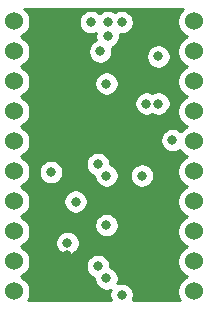
<source format=gbr>
%TF.GenerationSoftware,KiCad,Pcbnew,(5.1.9-0-10_14)*%
%TF.CreationDate,2022-01-13T23:21:40+01:00*%
%TF.ProjectId,tinypico_shield,74696e79-7069-4636-9f5f-736869656c64,rev?*%
%TF.SameCoordinates,Original*%
%TF.FileFunction,Copper,L3,Inr*%
%TF.FilePolarity,Positive*%
%FSLAX46Y46*%
G04 Gerber Fmt 4.6, Leading zero omitted, Abs format (unit mm)*
G04 Created by KiCad (PCBNEW (5.1.9-0-10_14)) date 2022-01-13 23:21:40*
%MOMM*%
%LPD*%
G01*
G04 APERTURE LIST*
%TA.AperFunction,ComponentPad*%
%ADD10C,1.524000*%
%TD*%
%TA.AperFunction,ViaPad*%
%ADD11C,0.800000*%
%TD*%
%TA.AperFunction,Conductor*%
%ADD12C,0.254000*%
%TD*%
%TA.AperFunction,Conductor*%
%ADD13C,0.100000*%
%TD*%
G04 APERTURE END LIST*
D10*
%TO.N,GND*%
%TO.C,J7*%
X16620000Y-7745000D03*
%TO.N,Net-(J7-Pad19)*%
X16620000Y-10285000D03*
%TO.N,Net-(J7-Pad18)*%
X16620000Y-12825000D03*
%TO.N,Net-(J7-Pad17)*%
X16620000Y-15365000D03*
%TO.N,SDA*%
X16620000Y-17905000D03*
%TO.N,SCL*%
X16620000Y-20445000D03*
%TO.N,Net-(J7-Pad14)*%
X16620000Y-22985000D03*
%TO.N,Net-(J7-Pad13)*%
X16620000Y-25525000D03*
%TO.N,Net-(J7-Pad12)*%
X16620000Y-28065000D03*
%TO.N,Net-(J7-Pad11)*%
X16620000Y-30605000D03*
%TO.N,Net-(C2-Pad1)*%
X1380000Y-30605000D03*
%TO.N,GND*%
X1380000Y-28065000D03*
%TO.N,Net-(J7-Pad8)*%
X1380000Y-25525000D03*
%TO.N,Net-(J7-Pad7)*%
X1380000Y-22985000D03*
%TO.N,Net-(J7-Pad6)*%
X1380000Y-20445000D03*
%TO.N,Net-(J7-Pad5)*%
X1380000Y-17905000D03*
%TO.N,Net-(J7-Pad4)*%
X1380000Y-15365000D03*
%TO.N,Net-(J7-Pad3)*%
X1380000Y-12825000D03*
%TO.N,Net-(J7-Pad2)*%
X1380000Y-10285000D03*
%TO.N,Net-(J7-Pad1)*%
X1380000Y-7745000D03*
%TD*%
D11*
%TO.N,GND*%
X4500000Y-20500000D03*
X6600000Y-23000000D03*
X7900000Y-7800000D03*
X9300000Y-7800000D03*
X10500000Y-7800000D03*
X10500000Y-30900000D03*
X5900000Y-26500000D03*
X13600000Y-10700000D03*
X12600000Y-14700000D03*
X13600000Y-14700000D03*
X12200000Y-20800000D03*
%TO.N,SCL*%
X9200000Y-29500000D03*
X9300000Y-9000000D03*
X9200000Y-13000000D03*
X9200000Y-25000000D03*
X9200000Y-20800000D03*
X14800000Y-17800000D03*
%TO.N,SDA*%
X8474990Y-28456599D03*
X8687340Y-10287340D03*
X8474990Y-19825010D03*
%TO.N,VCC*%
X6000000Y-10000000D03*
X6000000Y-18800000D03*
X12422969Y-23625237D03*
X5900000Y-27500000D03*
X12100000Y-28500000D03*
X12414146Y-9718947D03*
X11900000Y-19674990D03*
X10000000Y-22800000D03*
X7700000Y-25000000D03*
X12020501Y-10707480D03*
X4900000Y-18800000D03*
X14600000Y-15500000D03*
%TD*%
D12*
%TO.N,VCC*%
X15534880Y-6854465D02*
X15381995Y-7083273D01*
X15276686Y-7337510D01*
X15223000Y-7607408D01*
X15223000Y-7882592D01*
X15276686Y-8152490D01*
X15381995Y-8406727D01*
X15534880Y-8635535D01*
X15729465Y-8830120D01*
X15958273Y-8983005D01*
X16035515Y-9015000D01*
X15958273Y-9046995D01*
X15729465Y-9199880D01*
X15534880Y-9394465D01*
X15381995Y-9623273D01*
X15276686Y-9877510D01*
X15223000Y-10147408D01*
X15223000Y-10422592D01*
X15276686Y-10692490D01*
X15381995Y-10946727D01*
X15534880Y-11175535D01*
X15729465Y-11370120D01*
X15958273Y-11523005D01*
X16035515Y-11555000D01*
X15958273Y-11586995D01*
X15729465Y-11739880D01*
X15534880Y-11934465D01*
X15381995Y-12163273D01*
X15276686Y-12417510D01*
X15223000Y-12687408D01*
X15223000Y-12962592D01*
X15276686Y-13232490D01*
X15381995Y-13486727D01*
X15534880Y-13715535D01*
X15729465Y-13910120D01*
X15958273Y-14063005D01*
X16035515Y-14095000D01*
X15958273Y-14126995D01*
X15729465Y-14279880D01*
X15534880Y-14474465D01*
X15381995Y-14703273D01*
X15276686Y-14957510D01*
X15223000Y-15227408D01*
X15223000Y-15502592D01*
X15276686Y-15772490D01*
X15381995Y-16026727D01*
X15534880Y-16255535D01*
X15729465Y-16450120D01*
X15958273Y-16603005D01*
X16035515Y-16635000D01*
X15958273Y-16666995D01*
X15729465Y-16819880D01*
X15534880Y-17014465D01*
X15512168Y-17048457D01*
X15459774Y-16996063D01*
X15290256Y-16882795D01*
X15101898Y-16804774D01*
X14901939Y-16765000D01*
X14698061Y-16765000D01*
X14498102Y-16804774D01*
X14309744Y-16882795D01*
X14140226Y-16996063D01*
X13996063Y-17140226D01*
X13882795Y-17309744D01*
X13804774Y-17498102D01*
X13765000Y-17698061D01*
X13765000Y-17901939D01*
X13804774Y-18101898D01*
X13882795Y-18290256D01*
X13996063Y-18459774D01*
X14140226Y-18603937D01*
X14309744Y-18717205D01*
X14498102Y-18795226D01*
X14698061Y-18835000D01*
X14901939Y-18835000D01*
X15101898Y-18795226D01*
X15290256Y-18717205D01*
X15423191Y-18628381D01*
X15534880Y-18795535D01*
X15729465Y-18990120D01*
X15958273Y-19143005D01*
X16035515Y-19175000D01*
X15958273Y-19206995D01*
X15729465Y-19359880D01*
X15534880Y-19554465D01*
X15381995Y-19783273D01*
X15276686Y-20037510D01*
X15223000Y-20307408D01*
X15223000Y-20582592D01*
X15276686Y-20852490D01*
X15381995Y-21106727D01*
X15534880Y-21335535D01*
X15729465Y-21530120D01*
X15958273Y-21683005D01*
X16035515Y-21715000D01*
X15958273Y-21746995D01*
X15729465Y-21899880D01*
X15534880Y-22094465D01*
X15381995Y-22323273D01*
X15276686Y-22577510D01*
X15223000Y-22847408D01*
X15223000Y-23122592D01*
X15276686Y-23392490D01*
X15381995Y-23646727D01*
X15534880Y-23875535D01*
X15729465Y-24070120D01*
X15958273Y-24223005D01*
X16035515Y-24255000D01*
X15958273Y-24286995D01*
X15729465Y-24439880D01*
X15534880Y-24634465D01*
X15381995Y-24863273D01*
X15276686Y-25117510D01*
X15223000Y-25387408D01*
X15223000Y-25662592D01*
X15276686Y-25932490D01*
X15381995Y-26186727D01*
X15534880Y-26415535D01*
X15729465Y-26610120D01*
X15958273Y-26763005D01*
X16035515Y-26795000D01*
X15958273Y-26826995D01*
X15729465Y-26979880D01*
X15534880Y-27174465D01*
X15381995Y-27403273D01*
X15276686Y-27657510D01*
X15223000Y-27927408D01*
X15223000Y-28202592D01*
X15276686Y-28472490D01*
X15381995Y-28726727D01*
X15534880Y-28955535D01*
X15729465Y-29150120D01*
X15958273Y-29303005D01*
X16035515Y-29335000D01*
X15958273Y-29366995D01*
X15729465Y-29519880D01*
X15534880Y-29714465D01*
X15381995Y-29943273D01*
X15276686Y-30197510D01*
X15223000Y-30467408D01*
X15223000Y-30742592D01*
X15276686Y-31012490D01*
X15381995Y-31266727D01*
X15430955Y-31340000D01*
X11438022Y-31340000D01*
X11495226Y-31201898D01*
X11535000Y-31001939D01*
X11535000Y-30798061D01*
X11495226Y-30598102D01*
X11417205Y-30409744D01*
X11303937Y-30240226D01*
X11159774Y-30096063D01*
X10990256Y-29982795D01*
X10801898Y-29904774D01*
X10601939Y-29865000D01*
X10398061Y-29865000D01*
X10198102Y-29904774D01*
X10143192Y-29927519D01*
X10195226Y-29801898D01*
X10235000Y-29601939D01*
X10235000Y-29398061D01*
X10195226Y-29198102D01*
X10117205Y-29009744D01*
X10003937Y-28840226D01*
X9859774Y-28696063D01*
X9690256Y-28582795D01*
X9509990Y-28508126D01*
X9509990Y-28354660D01*
X9470216Y-28154701D01*
X9392195Y-27966343D01*
X9278927Y-27796825D01*
X9134764Y-27652662D01*
X8965246Y-27539394D01*
X8776888Y-27461373D01*
X8576929Y-27421599D01*
X8373051Y-27421599D01*
X8173092Y-27461373D01*
X7984734Y-27539394D01*
X7815216Y-27652662D01*
X7671053Y-27796825D01*
X7557785Y-27966343D01*
X7479764Y-28154701D01*
X7439990Y-28354660D01*
X7439990Y-28558538D01*
X7479764Y-28758497D01*
X7557785Y-28946855D01*
X7671053Y-29116373D01*
X7815216Y-29260536D01*
X7984734Y-29373804D01*
X8165000Y-29448473D01*
X8165000Y-29601939D01*
X8204774Y-29801898D01*
X8282795Y-29990256D01*
X8396063Y-30159774D01*
X8540226Y-30303937D01*
X8709744Y-30417205D01*
X8898102Y-30495226D01*
X9098061Y-30535000D01*
X9301939Y-30535000D01*
X9501898Y-30495226D01*
X9556808Y-30472481D01*
X9504774Y-30598102D01*
X9465000Y-30798061D01*
X9465000Y-31001939D01*
X9504774Y-31201898D01*
X9561978Y-31340000D01*
X2569045Y-31340000D01*
X2618005Y-31266727D01*
X2723314Y-31012490D01*
X2777000Y-30742592D01*
X2777000Y-30467408D01*
X2723314Y-30197510D01*
X2618005Y-29943273D01*
X2465120Y-29714465D01*
X2270535Y-29519880D01*
X2041727Y-29366995D01*
X1964485Y-29335000D01*
X2041727Y-29303005D01*
X2270535Y-29150120D01*
X2465120Y-28955535D01*
X2618005Y-28726727D01*
X2723314Y-28472490D01*
X2777000Y-28202592D01*
X2777000Y-27927408D01*
X2723314Y-27657510D01*
X2618005Y-27403273D01*
X2465120Y-27174465D01*
X2270535Y-26979880D01*
X2041727Y-26826995D01*
X1964485Y-26795000D01*
X2041727Y-26763005D01*
X2270535Y-26610120D01*
X2465120Y-26415535D01*
X2476795Y-26398061D01*
X4865000Y-26398061D01*
X4865000Y-26601939D01*
X4904774Y-26801898D01*
X4982795Y-26990256D01*
X5096063Y-27159774D01*
X5240226Y-27303937D01*
X5409744Y-27417205D01*
X5598102Y-27495226D01*
X5798061Y-27535000D01*
X6001939Y-27535000D01*
X6201898Y-27495226D01*
X6390256Y-27417205D01*
X6559774Y-27303937D01*
X6703937Y-27159774D01*
X6817205Y-26990256D01*
X6895226Y-26801898D01*
X6935000Y-26601939D01*
X6935000Y-26398061D01*
X6895226Y-26198102D01*
X6817205Y-26009744D01*
X6703937Y-25840226D01*
X6559774Y-25696063D01*
X6390256Y-25582795D01*
X6201898Y-25504774D01*
X6001939Y-25465000D01*
X5798061Y-25465000D01*
X5598102Y-25504774D01*
X5409744Y-25582795D01*
X5240226Y-25696063D01*
X5096063Y-25840226D01*
X4982795Y-26009744D01*
X4904774Y-26198102D01*
X4865000Y-26398061D01*
X2476795Y-26398061D01*
X2618005Y-26186727D01*
X2723314Y-25932490D01*
X2777000Y-25662592D01*
X2777000Y-25387408D01*
X2723314Y-25117510D01*
X2632415Y-24898061D01*
X8165000Y-24898061D01*
X8165000Y-25101939D01*
X8204774Y-25301898D01*
X8282795Y-25490256D01*
X8396063Y-25659774D01*
X8540226Y-25803937D01*
X8709744Y-25917205D01*
X8898102Y-25995226D01*
X9098061Y-26035000D01*
X9301939Y-26035000D01*
X9501898Y-25995226D01*
X9690256Y-25917205D01*
X9859774Y-25803937D01*
X10003937Y-25659774D01*
X10117205Y-25490256D01*
X10195226Y-25301898D01*
X10235000Y-25101939D01*
X10235000Y-24898061D01*
X10195226Y-24698102D01*
X10117205Y-24509744D01*
X10003937Y-24340226D01*
X9859774Y-24196063D01*
X9690256Y-24082795D01*
X9501898Y-24004774D01*
X9301939Y-23965000D01*
X9098061Y-23965000D01*
X8898102Y-24004774D01*
X8709744Y-24082795D01*
X8540226Y-24196063D01*
X8396063Y-24340226D01*
X8282795Y-24509744D01*
X8204774Y-24698102D01*
X8165000Y-24898061D01*
X2632415Y-24898061D01*
X2618005Y-24863273D01*
X2465120Y-24634465D01*
X2270535Y-24439880D01*
X2041727Y-24286995D01*
X1964485Y-24255000D01*
X2041727Y-24223005D01*
X2270535Y-24070120D01*
X2465120Y-23875535D01*
X2618005Y-23646727D01*
X2723314Y-23392490D01*
X2777000Y-23122592D01*
X2777000Y-22898061D01*
X5565000Y-22898061D01*
X5565000Y-23101939D01*
X5604774Y-23301898D01*
X5682795Y-23490256D01*
X5796063Y-23659774D01*
X5940226Y-23803937D01*
X6109744Y-23917205D01*
X6298102Y-23995226D01*
X6498061Y-24035000D01*
X6701939Y-24035000D01*
X6901898Y-23995226D01*
X7090256Y-23917205D01*
X7259774Y-23803937D01*
X7403937Y-23659774D01*
X7517205Y-23490256D01*
X7595226Y-23301898D01*
X7635000Y-23101939D01*
X7635000Y-22898061D01*
X7595226Y-22698102D01*
X7517205Y-22509744D01*
X7403937Y-22340226D01*
X7259774Y-22196063D01*
X7090256Y-22082795D01*
X6901898Y-22004774D01*
X6701939Y-21965000D01*
X6498061Y-21965000D01*
X6298102Y-22004774D01*
X6109744Y-22082795D01*
X5940226Y-22196063D01*
X5796063Y-22340226D01*
X5682795Y-22509744D01*
X5604774Y-22698102D01*
X5565000Y-22898061D01*
X2777000Y-22898061D01*
X2777000Y-22847408D01*
X2723314Y-22577510D01*
X2618005Y-22323273D01*
X2465120Y-22094465D01*
X2270535Y-21899880D01*
X2041727Y-21746995D01*
X1964485Y-21715000D01*
X2041727Y-21683005D01*
X2270535Y-21530120D01*
X2465120Y-21335535D01*
X2618005Y-21106727D01*
X2723314Y-20852490D01*
X2777000Y-20582592D01*
X2777000Y-20398061D01*
X3465000Y-20398061D01*
X3465000Y-20601939D01*
X3504774Y-20801898D01*
X3582795Y-20990256D01*
X3696063Y-21159774D01*
X3840226Y-21303937D01*
X4009744Y-21417205D01*
X4198102Y-21495226D01*
X4398061Y-21535000D01*
X4601939Y-21535000D01*
X4801898Y-21495226D01*
X4990256Y-21417205D01*
X5159774Y-21303937D01*
X5303937Y-21159774D01*
X5417205Y-20990256D01*
X5495226Y-20801898D01*
X5535000Y-20601939D01*
X5535000Y-20398061D01*
X5495226Y-20198102D01*
X5417205Y-20009744D01*
X5303937Y-19840226D01*
X5186782Y-19723071D01*
X7439990Y-19723071D01*
X7439990Y-19926949D01*
X7479764Y-20126908D01*
X7557785Y-20315266D01*
X7671053Y-20484784D01*
X7815216Y-20628947D01*
X7984734Y-20742215D01*
X8165000Y-20816884D01*
X8165000Y-20901939D01*
X8204774Y-21101898D01*
X8282795Y-21290256D01*
X8396063Y-21459774D01*
X8540226Y-21603937D01*
X8709744Y-21717205D01*
X8898102Y-21795226D01*
X9098061Y-21835000D01*
X9301939Y-21835000D01*
X9501898Y-21795226D01*
X9690256Y-21717205D01*
X9859774Y-21603937D01*
X10003937Y-21459774D01*
X10117205Y-21290256D01*
X10195226Y-21101898D01*
X10235000Y-20901939D01*
X10235000Y-20698061D01*
X11165000Y-20698061D01*
X11165000Y-20901939D01*
X11204774Y-21101898D01*
X11282795Y-21290256D01*
X11396063Y-21459774D01*
X11540226Y-21603937D01*
X11709744Y-21717205D01*
X11898102Y-21795226D01*
X12098061Y-21835000D01*
X12301939Y-21835000D01*
X12501898Y-21795226D01*
X12690256Y-21717205D01*
X12859774Y-21603937D01*
X13003937Y-21459774D01*
X13117205Y-21290256D01*
X13195226Y-21101898D01*
X13235000Y-20901939D01*
X13235000Y-20698061D01*
X13195226Y-20498102D01*
X13117205Y-20309744D01*
X13003937Y-20140226D01*
X12859774Y-19996063D01*
X12690256Y-19882795D01*
X12501898Y-19804774D01*
X12301939Y-19765000D01*
X12098061Y-19765000D01*
X11898102Y-19804774D01*
X11709744Y-19882795D01*
X11540226Y-19996063D01*
X11396063Y-20140226D01*
X11282795Y-20309744D01*
X11204774Y-20498102D01*
X11165000Y-20698061D01*
X10235000Y-20698061D01*
X10195226Y-20498102D01*
X10117205Y-20309744D01*
X10003937Y-20140226D01*
X9859774Y-19996063D01*
X9690256Y-19882795D01*
X9509990Y-19808126D01*
X9509990Y-19723071D01*
X9470216Y-19523112D01*
X9392195Y-19334754D01*
X9278927Y-19165236D01*
X9134764Y-19021073D01*
X8965246Y-18907805D01*
X8776888Y-18829784D01*
X8576929Y-18790010D01*
X8373051Y-18790010D01*
X8173092Y-18829784D01*
X7984734Y-18907805D01*
X7815216Y-19021073D01*
X7671053Y-19165236D01*
X7557785Y-19334754D01*
X7479764Y-19523112D01*
X7439990Y-19723071D01*
X5186782Y-19723071D01*
X5159774Y-19696063D01*
X4990256Y-19582795D01*
X4801898Y-19504774D01*
X4601939Y-19465000D01*
X4398061Y-19465000D01*
X4198102Y-19504774D01*
X4009744Y-19582795D01*
X3840226Y-19696063D01*
X3696063Y-19840226D01*
X3582795Y-20009744D01*
X3504774Y-20198102D01*
X3465000Y-20398061D01*
X2777000Y-20398061D01*
X2777000Y-20307408D01*
X2723314Y-20037510D01*
X2618005Y-19783273D01*
X2465120Y-19554465D01*
X2270535Y-19359880D01*
X2041727Y-19206995D01*
X1964485Y-19175000D01*
X2041727Y-19143005D01*
X2270535Y-18990120D01*
X2465120Y-18795535D01*
X2618005Y-18566727D01*
X2723314Y-18312490D01*
X2777000Y-18042592D01*
X2777000Y-17767408D01*
X2723314Y-17497510D01*
X2618005Y-17243273D01*
X2465120Y-17014465D01*
X2270535Y-16819880D01*
X2041727Y-16666995D01*
X1964485Y-16635000D01*
X2041727Y-16603005D01*
X2270535Y-16450120D01*
X2465120Y-16255535D01*
X2618005Y-16026727D01*
X2723314Y-15772490D01*
X2777000Y-15502592D01*
X2777000Y-15227408D01*
X2723314Y-14957510D01*
X2618005Y-14703273D01*
X2547705Y-14598061D01*
X11565000Y-14598061D01*
X11565000Y-14801939D01*
X11604774Y-15001898D01*
X11682795Y-15190256D01*
X11796063Y-15359774D01*
X11940226Y-15503937D01*
X12109744Y-15617205D01*
X12298102Y-15695226D01*
X12498061Y-15735000D01*
X12701939Y-15735000D01*
X12901898Y-15695226D01*
X13090256Y-15617205D01*
X13100000Y-15610694D01*
X13109744Y-15617205D01*
X13298102Y-15695226D01*
X13498061Y-15735000D01*
X13701939Y-15735000D01*
X13901898Y-15695226D01*
X14090256Y-15617205D01*
X14259774Y-15503937D01*
X14403937Y-15359774D01*
X14517205Y-15190256D01*
X14595226Y-15001898D01*
X14635000Y-14801939D01*
X14635000Y-14598061D01*
X14595226Y-14398102D01*
X14517205Y-14209744D01*
X14403937Y-14040226D01*
X14259774Y-13896063D01*
X14090256Y-13782795D01*
X13901898Y-13704774D01*
X13701939Y-13665000D01*
X13498061Y-13665000D01*
X13298102Y-13704774D01*
X13109744Y-13782795D01*
X13100000Y-13789306D01*
X13090256Y-13782795D01*
X12901898Y-13704774D01*
X12701939Y-13665000D01*
X12498061Y-13665000D01*
X12298102Y-13704774D01*
X12109744Y-13782795D01*
X11940226Y-13896063D01*
X11796063Y-14040226D01*
X11682795Y-14209744D01*
X11604774Y-14398102D01*
X11565000Y-14598061D01*
X2547705Y-14598061D01*
X2465120Y-14474465D01*
X2270535Y-14279880D01*
X2041727Y-14126995D01*
X1964485Y-14095000D01*
X2041727Y-14063005D01*
X2270535Y-13910120D01*
X2465120Y-13715535D01*
X2618005Y-13486727D01*
X2723314Y-13232490D01*
X2777000Y-12962592D01*
X2777000Y-12898061D01*
X8165000Y-12898061D01*
X8165000Y-13101939D01*
X8204774Y-13301898D01*
X8282795Y-13490256D01*
X8396063Y-13659774D01*
X8540226Y-13803937D01*
X8709744Y-13917205D01*
X8898102Y-13995226D01*
X9098061Y-14035000D01*
X9301939Y-14035000D01*
X9501898Y-13995226D01*
X9690256Y-13917205D01*
X9859774Y-13803937D01*
X10003937Y-13659774D01*
X10117205Y-13490256D01*
X10195226Y-13301898D01*
X10235000Y-13101939D01*
X10235000Y-12898061D01*
X10195226Y-12698102D01*
X10117205Y-12509744D01*
X10003937Y-12340226D01*
X9859774Y-12196063D01*
X9690256Y-12082795D01*
X9501898Y-12004774D01*
X9301939Y-11965000D01*
X9098061Y-11965000D01*
X8898102Y-12004774D01*
X8709744Y-12082795D01*
X8540226Y-12196063D01*
X8396063Y-12340226D01*
X8282795Y-12509744D01*
X8204774Y-12698102D01*
X8165000Y-12898061D01*
X2777000Y-12898061D01*
X2777000Y-12687408D01*
X2723314Y-12417510D01*
X2618005Y-12163273D01*
X2465120Y-11934465D01*
X2270535Y-11739880D01*
X2041727Y-11586995D01*
X1964485Y-11555000D01*
X2041727Y-11523005D01*
X2270535Y-11370120D01*
X2465120Y-11175535D01*
X2618005Y-10946727D01*
X2723314Y-10692490D01*
X2777000Y-10422592D01*
X2777000Y-10147408D01*
X2723314Y-9877510D01*
X2618005Y-9623273D01*
X2465120Y-9394465D01*
X2270535Y-9199880D01*
X2041727Y-9046995D01*
X1964485Y-9015000D01*
X2041727Y-8983005D01*
X2270535Y-8830120D01*
X2465120Y-8635535D01*
X2618005Y-8406727D01*
X2723314Y-8152490D01*
X2777000Y-7882592D01*
X2777000Y-7698061D01*
X6865000Y-7698061D01*
X6865000Y-7901939D01*
X6904774Y-8101898D01*
X6982795Y-8290256D01*
X7096063Y-8459774D01*
X7240226Y-8603937D01*
X7409744Y-8717205D01*
X7598102Y-8795226D01*
X7798061Y-8835000D01*
X8001939Y-8835000D01*
X8201898Y-8795226D01*
X8292958Y-8757508D01*
X8265000Y-8898061D01*
X8265000Y-9101939D01*
X8304774Y-9301898D01*
X8313129Y-9322067D01*
X8197084Y-9370135D01*
X8027566Y-9483403D01*
X7883403Y-9627566D01*
X7770135Y-9797084D01*
X7692114Y-9985442D01*
X7652340Y-10185401D01*
X7652340Y-10389279D01*
X7692114Y-10589238D01*
X7770135Y-10777596D01*
X7883403Y-10947114D01*
X8027566Y-11091277D01*
X8197084Y-11204545D01*
X8385442Y-11282566D01*
X8585401Y-11322340D01*
X8789279Y-11322340D01*
X8989238Y-11282566D01*
X9177596Y-11204545D01*
X9347114Y-11091277D01*
X9491277Y-10947114D01*
X9604545Y-10777596D01*
X9678911Y-10598061D01*
X12565000Y-10598061D01*
X12565000Y-10801939D01*
X12604774Y-11001898D01*
X12682795Y-11190256D01*
X12796063Y-11359774D01*
X12940226Y-11503937D01*
X13109744Y-11617205D01*
X13298102Y-11695226D01*
X13498061Y-11735000D01*
X13701939Y-11735000D01*
X13901898Y-11695226D01*
X14090256Y-11617205D01*
X14259774Y-11503937D01*
X14403937Y-11359774D01*
X14517205Y-11190256D01*
X14595226Y-11001898D01*
X14635000Y-10801939D01*
X14635000Y-10598061D01*
X14595226Y-10398102D01*
X14517205Y-10209744D01*
X14403937Y-10040226D01*
X14259774Y-9896063D01*
X14090256Y-9782795D01*
X13901898Y-9704774D01*
X13701939Y-9665000D01*
X13498061Y-9665000D01*
X13298102Y-9704774D01*
X13109744Y-9782795D01*
X12940226Y-9896063D01*
X12796063Y-10040226D01*
X12682795Y-10209744D01*
X12604774Y-10398102D01*
X12565000Y-10598061D01*
X9678911Y-10598061D01*
X9682566Y-10589238D01*
X9722340Y-10389279D01*
X9722340Y-10185401D01*
X9682566Y-9985442D01*
X9674211Y-9965273D01*
X9790256Y-9917205D01*
X9959774Y-9803937D01*
X10103937Y-9659774D01*
X10217205Y-9490256D01*
X10295226Y-9301898D01*
X10335000Y-9101939D01*
X10335000Y-8898061D01*
X10319342Y-8819342D01*
X10398061Y-8835000D01*
X10601939Y-8835000D01*
X10801898Y-8795226D01*
X10990256Y-8717205D01*
X11159774Y-8603937D01*
X11303937Y-8459774D01*
X11417205Y-8290256D01*
X11495226Y-8101898D01*
X11535000Y-7901939D01*
X11535000Y-7698061D01*
X11495226Y-7498102D01*
X11417205Y-7309744D01*
X11303937Y-7140226D01*
X11159774Y-6996063D01*
X10990256Y-6882795D01*
X10801898Y-6804774D01*
X10601939Y-6765000D01*
X10398061Y-6765000D01*
X10198102Y-6804774D01*
X10009744Y-6882795D01*
X9900000Y-6956123D01*
X9790256Y-6882795D01*
X9601898Y-6804774D01*
X9401939Y-6765000D01*
X9198061Y-6765000D01*
X8998102Y-6804774D01*
X8809744Y-6882795D01*
X8640226Y-6996063D01*
X8600000Y-7036289D01*
X8559774Y-6996063D01*
X8390256Y-6882795D01*
X8201898Y-6804774D01*
X8001939Y-6765000D01*
X7798061Y-6765000D01*
X7598102Y-6804774D01*
X7409744Y-6882795D01*
X7240226Y-6996063D01*
X7096063Y-7140226D01*
X6982795Y-7309744D01*
X6904774Y-7498102D01*
X6865000Y-7698061D01*
X2777000Y-7698061D01*
X2777000Y-7607408D01*
X2723314Y-7337510D01*
X2618005Y-7083273D01*
X2465120Y-6854465D01*
X2270655Y-6660000D01*
X15729345Y-6660000D01*
X15534880Y-6854465D01*
%TA.AperFunction,Conductor*%
D13*
G36*
X15534880Y-6854465D02*
G01*
X15381995Y-7083273D01*
X15276686Y-7337510D01*
X15223000Y-7607408D01*
X15223000Y-7882592D01*
X15276686Y-8152490D01*
X15381995Y-8406727D01*
X15534880Y-8635535D01*
X15729465Y-8830120D01*
X15958273Y-8983005D01*
X16035515Y-9015000D01*
X15958273Y-9046995D01*
X15729465Y-9199880D01*
X15534880Y-9394465D01*
X15381995Y-9623273D01*
X15276686Y-9877510D01*
X15223000Y-10147408D01*
X15223000Y-10422592D01*
X15276686Y-10692490D01*
X15381995Y-10946727D01*
X15534880Y-11175535D01*
X15729465Y-11370120D01*
X15958273Y-11523005D01*
X16035515Y-11555000D01*
X15958273Y-11586995D01*
X15729465Y-11739880D01*
X15534880Y-11934465D01*
X15381995Y-12163273D01*
X15276686Y-12417510D01*
X15223000Y-12687408D01*
X15223000Y-12962592D01*
X15276686Y-13232490D01*
X15381995Y-13486727D01*
X15534880Y-13715535D01*
X15729465Y-13910120D01*
X15958273Y-14063005D01*
X16035515Y-14095000D01*
X15958273Y-14126995D01*
X15729465Y-14279880D01*
X15534880Y-14474465D01*
X15381995Y-14703273D01*
X15276686Y-14957510D01*
X15223000Y-15227408D01*
X15223000Y-15502592D01*
X15276686Y-15772490D01*
X15381995Y-16026727D01*
X15534880Y-16255535D01*
X15729465Y-16450120D01*
X15958273Y-16603005D01*
X16035515Y-16635000D01*
X15958273Y-16666995D01*
X15729465Y-16819880D01*
X15534880Y-17014465D01*
X15512168Y-17048457D01*
X15459774Y-16996063D01*
X15290256Y-16882795D01*
X15101898Y-16804774D01*
X14901939Y-16765000D01*
X14698061Y-16765000D01*
X14498102Y-16804774D01*
X14309744Y-16882795D01*
X14140226Y-16996063D01*
X13996063Y-17140226D01*
X13882795Y-17309744D01*
X13804774Y-17498102D01*
X13765000Y-17698061D01*
X13765000Y-17901939D01*
X13804774Y-18101898D01*
X13882795Y-18290256D01*
X13996063Y-18459774D01*
X14140226Y-18603937D01*
X14309744Y-18717205D01*
X14498102Y-18795226D01*
X14698061Y-18835000D01*
X14901939Y-18835000D01*
X15101898Y-18795226D01*
X15290256Y-18717205D01*
X15423191Y-18628381D01*
X15534880Y-18795535D01*
X15729465Y-18990120D01*
X15958273Y-19143005D01*
X16035515Y-19175000D01*
X15958273Y-19206995D01*
X15729465Y-19359880D01*
X15534880Y-19554465D01*
X15381995Y-19783273D01*
X15276686Y-20037510D01*
X15223000Y-20307408D01*
X15223000Y-20582592D01*
X15276686Y-20852490D01*
X15381995Y-21106727D01*
X15534880Y-21335535D01*
X15729465Y-21530120D01*
X15958273Y-21683005D01*
X16035515Y-21715000D01*
X15958273Y-21746995D01*
X15729465Y-21899880D01*
X15534880Y-22094465D01*
X15381995Y-22323273D01*
X15276686Y-22577510D01*
X15223000Y-22847408D01*
X15223000Y-23122592D01*
X15276686Y-23392490D01*
X15381995Y-23646727D01*
X15534880Y-23875535D01*
X15729465Y-24070120D01*
X15958273Y-24223005D01*
X16035515Y-24255000D01*
X15958273Y-24286995D01*
X15729465Y-24439880D01*
X15534880Y-24634465D01*
X15381995Y-24863273D01*
X15276686Y-25117510D01*
X15223000Y-25387408D01*
X15223000Y-25662592D01*
X15276686Y-25932490D01*
X15381995Y-26186727D01*
X15534880Y-26415535D01*
X15729465Y-26610120D01*
X15958273Y-26763005D01*
X16035515Y-26795000D01*
X15958273Y-26826995D01*
X15729465Y-26979880D01*
X15534880Y-27174465D01*
X15381995Y-27403273D01*
X15276686Y-27657510D01*
X15223000Y-27927408D01*
X15223000Y-28202592D01*
X15276686Y-28472490D01*
X15381995Y-28726727D01*
X15534880Y-28955535D01*
X15729465Y-29150120D01*
X15958273Y-29303005D01*
X16035515Y-29335000D01*
X15958273Y-29366995D01*
X15729465Y-29519880D01*
X15534880Y-29714465D01*
X15381995Y-29943273D01*
X15276686Y-30197510D01*
X15223000Y-30467408D01*
X15223000Y-30742592D01*
X15276686Y-31012490D01*
X15381995Y-31266727D01*
X15430955Y-31340000D01*
X11438022Y-31340000D01*
X11495226Y-31201898D01*
X11535000Y-31001939D01*
X11535000Y-30798061D01*
X11495226Y-30598102D01*
X11417205Y-30409744D01*
X11303937Y-30240226D01*
X11159774Y-30096063D01*
X10990256Y-29982795D01*
X10801898Y-29904774D01*
X10601939Y-29865000D01*
X10398061Y-29865000D01*
X10198102Y-29904774D01*
X10143192Y-29927519D01*
X10195226Y-29801898D01*
X10235000Y-29601939D01*
X10235000Y-29398061D01*
X10195226Y-29198102D01*
X10117205Y-29009744D01*
X10003937Y-28840226D01*
X9859774Y-28696063D01*
X9690256Y-28582795D01*
X9509990Y-28508126D01*
X9509990Y-28354660D01*
X9470216Y-28154701D01*
X9392195Y-27966343D01*
X9278927Y-27796825D01*
X9134764Y-27652662D01*
X8965246Y-27539394D01*
X8776888Y-27461373D01*
X8576929Y-27421599D01*
X8373051Y-27421599D01*
X8173092Y-27461373D01*
X7984734Y-27539394D01*
X7815216Y-27652662D01*
X7671053Y-27796825D01*
X7557785Y-27966343D01*
X7479764Y-28154701D01*
X7439990Y-28354660D01*
X7439990Y-28558538D01*
X7479764Y-28758497D01*
X7557785Y-28946855D01*
X7671053Y-29116373D01*
X7815216Y-29260536D01*
X7984734Y-29373804D01*
X8165000Y-29448473D01*
X8165000Y-29601939D01*
X8204774Y-29801898D01*
X8282795Y-29990256D01*
X8396063Y-30159774D01*
X8540226Y-30303937D01*
X8709744Y-30417205D01*
X8898102Y-30495226D01*
X9098061Y-30535000D01*
X9301939Y-30535000D01*
X9501898Y-30495226D01*
X9556808Y-30472481D01*
X9504774Y-30598102D01*
X9465000Y-30798061D01*
X9465000Y-31001939D01*
X9504774Y-31201898D01*
X9561978Y-31340000D01*
X2569045Y-31340000D01*
X2618005Y-31266727D01*
X2723314Y-31012490D01*
X2777000Y-30742592D01*
X2777000Y-30467408D01*
X2723314Y-30197510D01*
X2618005Y-29943273D01*
X2465120Y-29714465D01*
X2270535Y-29519880D01*
X2041727Y-29366995D01*
X1964485Y-29335000D01*
X2041727Y-29303005D01*
X2270535Y-29150120D01*
X2465120Y-28955535D01*
X2618005Y-28726727D01*
X2723314Y-28472490D01*
X2777000Y-28202592D01*
X2777000Y-27927408D01*
X2723314Y-27657510D01*
X2618005Y-27403273D01*
X2465120Y-27174465D01*
X2270535Y-26979880D01*
X2041727Y-26826995D01*
X1964485Y-26795000D01*
X2041727Y-26763005D01*
X2270535Y-26610120D01*
X2465120Y-26415535D01*
X2476795Y-26398061D01*
X4865000Y-26398061D01*
X4865000Y-26601939D01*
X4904774Y-26801898D01*
X4982795Y-26990256D01*
X5096063Y-27159774D01*
X5240226Y-27303937D01*
X5409744Y-27417205D01*
X5598102Y-27495226D01*
X5798061Y-27535000D01*
X6001939Y-27535000D01*
X6201898Y-27495226D01*
X6390256Y-27417205D01*
X6559774Y-27303937D01*
X6703937Y-27159774D01*
X6817205Y-26990256D01*
X6895226Y-26801898D01*
X6935000Y-26601939D01*
X6935000Y-26398061D01*
X6895226Y-26198102D01*
X6817205Y-26009744D01*
X6703937Y-25840226D01*
X6559774Y-25696063D01*
X6390256Y-25582795D01*
X6201898Y-25504774D01*
X6001939Y-25465000D01*
X5798061Y-25465000D01*
X5598102Y-25504774D01*
X5409744Y-25582795D01*
X5240226Y-25696063D01*
X5096063Y-25840226D01*
X4982795Y-26009744D01*
X4904774Y-26198102D01*
X4865000Y-26398061D01*
X2476795Y-26398061D01*
X2618005Y-26186727D01*
X2723314Y-25932490D01*
X2777000Y-25662592D01*
X2777000Y-25387408D01*
X2723314Y-25117510D01*
X2632415Y-24898061D01*
X8165000Y-24898061D01*
X8165000Y-25101939D01*
X8204774Y-25301898D01*
X8282795Y-25490256D01*
X8396063Y-25659774D01*
X8540226Y-25803937D01*
X8709744Y-25917205D01*
X8898102Y-25995226D01*
X9098061Y-26035000D01*
X9301939Y-26035000D01*
X9501898Y-25995226D01*
X9690256Y-25917205D01*
X9859774Y-25803937D01*
X10003937Y-25659774D01*
X10117205Y-25490256D01*
X10195226Y-25301898D01*
X10235000Y-25101939D01*
X10235000Y-24898061D01*
X10195226Y-24698102D01*
X10117205Y-24509744D01*
X10003937Y-24340226D01*
X9859774Y-24196063D01*
X9690256Y-24082795D01*
X9501898Y-24004774D01*
X9301939Y-23965000D01*
X9098061Y-23965000D01*
X8898102Y-24004774D01*
X8709744Y-24082795D01*
X8540226Y-24196063D01*
X8396063Y-24340226D01*
X8282795Y-24509744D01*
X8204774Y-24698102D01*
X8165000Y-24898061D01*
X2632415Y-24898061D01*
X2618005Y-24863273D01*
X2465120Y-24634465D01*
X2270535Y-24439880D01*
X2041727Y-24286995D01*
X1964485Y-24255000D01*
X2041727Y-24223005D01*
X2270535Y-24070120D01*
X2465120Y-23875535D01*
X2618005Y-23646727D01*
X2723314Y-23392490D01*
X2777000Y-23122592D01*
X2777000Y-22898061D01*
X5565000Y-22898061D01*
X5565000Y-23101939D01*
X5604774Y-23301898D01*
X5682795Y-23490256D01*
X5796063Y-23659774D01*
X5940226Y-23803937D01*
X6109744Y-23917205D01*
X6298102Y-23995226D01*
X6498061Y-24035000D01*
X6701939Y-24035000D01*
X6901898Y-23995226D01*
X7090256Y-23917205D01*
X7259774Y-23803937D01*
X7403937Y-23659774D01*
X7517205Y-23490256D01*
X7595226Y-23301898D01*
X7635000Y-23101939D01*
X7635000Y-22898061D01*
X7595226Y-22698102D01*
X7517205Y-22509744D01*
X7403937Y-22340226D01*
X7259774Y-22196063D01*
X7090256Y-22082795D01*
X6901898Y-22004774D01*
X6701939Y-21965000D01*
X6498061Y-21965000D01*
X6298102Y-22004774D01*
X6109744Y-22082795D01*
X5940226Y-22196063D01*
X5796063Y-22340226D01*
X5682795Y-22509744D01*
X5604774Y-22698102D01*
X5565000Y-22898061D01*
X2777000Y-22898061D01*
X2777000Y-22847408D01*
X2723314Y-22577510D01*
X2618005Y-22323273D01*
X2465120Y-22094465D01*
X2270535Y-21899880D01*
X2041727Y-21746995D01*
X1964485Y-21715000D01*
X2041727Y-21683005D01*
X2270535Y-21530120D01*
X2465120Y-21335535D01*
X2618005Y-21106727D01*
X2723314Y-20852490D01*
X2777000Y-20582592D01*
X2777000Y-20398061D01*
X3465000Y-20398061D01*
X3465000Y-20601939D01*
X3504774Y-20801898D01*
X3582795Y-20990256D01*
X3696063Y-21159774D01*
X3840226Y-21303937D01*
X4009744Y-21417205D01*
X4198102Y-21495226D01*
X4398061Y-21535000D01*
X4601939Y-21535000D01*
X4801898Y-21495226D01*
X4990256Y-21417205D01*
X5159774Y-21303937D01*
X5303937Y-21159774D01*
X5417205Y-20990256D01*
X5495226Y-20801898D01*
X5535000Y-20601939D01*
X5535000Y-20398061D01*
X5495226Y-20198102D01*
X5417205Y-20009744D01*
X5303937Y-19840226D01*
X5186782Y-19723071D01*
X7439990Y-19723071D01*
X7439990Y-19926949D01*
X7479764Y-20126908D01*
X7557785Y-20315266D01*
X7671053Y-20484784D01*
X7815216Y-20628947D01*
X7984734Y-20742215D01*
X8165000Y-20816884D01*
X8165000Y-20901939D01*
X8204774Y-21101898D01*
X8282795Y-21290256D01*
X8396063Y-21459774D01*
X8540226Y-21603937D01*
X8709744Y-21717205D01*
X8898102Y-21795226D01*
X9098061Y-21835000D01*
X9301939Y-21835000D01*
X9501898Y-21795226D01*
X9690256Y-21717205D01*
X9859774Y-21603937D01*
X10003937Y-21459774D01*
X10117205Y-21290256D01*
X10195226Y-21101898D01*
X10235000Y-20901939D01*
X10235000Y-20698061D01*
X11165000Y-20698061D01*
X11165000Y-20901939D01*
X11204774Y-21101898D01*
X11282795Y-21290256D01*
X11396063Y-21459774D01*
X11540226Y-21603937D01*
X11709744Y-21717205D01*
X11898102Y-21795226D01*
X12098061Y-21835000D01*
X12301939Y-21835000D01*
X12501898Y-21795226D01*
X12690256Y-21717205D01*
X12859774Y-21603937D01*
X13003937Y-21459774D01*
X13117205Y-21290256D01*
X13195226Y-21101898D01*
X13235000Y-20901939D01*
X13235000Y-20698061D01*
X13195226Y-20498102D01*
X13117205Y-20309744D01*
X13003937Y-20140226D01*
X12859774Y-19996063D01*
X12690256Y-19882795D01*
X12501898Y-19804774D01*
X12301939Y-19765000D01*
X12098061Y-19765000D01*
X11898102Y-19804774D01*
X11709744Y-19882795D01*
X11540226Y-19996063D01*
X11396063Y-20140226D01*
X11282795Y-20309744D01*
X11204774Y-20498102D01*
X11165000Y-20698061D01*
X10235000Y-20698061D01*
X10195226Y-20498102D01*
X10117205Y-20309744D01*
X10003937Y-20140226D01*
X9859774Y-19996063D01*
X9690256Y-19882795D01*
X9509990Y-19808126D01*
X9509990Y-19723071D01*
X9470216Y-19523112D01*
X9392195Y-19334754D01*
X9278927Y-19165236D01*
X9134764Y-19021073D01*
X8965246Y-18907805D01*
X8776888Y-18829784D01*
X8576929Y-18790010D01*
X8373051Y-18790010D01*
X8173092Y-18829784D01*
X7984734Y-18907805D01*
X7815216Y-19021073D01*
X7671053Y-19165236D01*
X7557785Y-19334754D01*
X7479764Y-19523112D01*
X7439990Y-19723071D01*
X5186782Y-19723071D01*
X5159774Y-19696063D01*
X4990256Y-19582795D01*
X4801898Y-19504774D01*
X4601939Y-19465000D01*
X4398061Y-19465000D01*
X4198102Y-19504774D01*
X4009744Y-19582795D01*
X3840226Y-19696063D01*
X3696063Y-19840226D01*
X3582795Y-20009744D01*
X3504774Y-20198102D01*
X3465000Y-20398061D01*
X2777000Y-20398061D01*
X2777000Y-20307408D01*
X2723314Y-20037510D01*
X2618005Y-19783273D01*
X2465120Y-19554465D01*
X2270535Y-19359880D01*
X2041727Y-19206995D01*
X1964485Y-19175000D01*
X2041727Y-19143005D01*
X2270535Y-18990120D01*
X2465120Y-18795535D01*
X2618005Y-18566727D01*
X2723314Y-18312490D01*
X2777000Y-18042592D01*
X2777000Y-17767408D01*
X2723314Y-17497510D01*
X2618005Y-17243273D01*
X2465120Y-17014465D01*
X2270535Y-16819880D01*
X2041727Y-16666995D01*
X1964485Y-16635000D01*
X2041727Y-16603005D01*
X2270535Y-16450120D01*
X2465120Y-16255535D01*
X2618005Y-16026727D01*
X2723314Y-15772490D01*
X2777000Y-15502592D01*
X2777000Y-15227408D01*
X2723314Y-14957510D01*
X2618005Y-14703273D01*
X2547705Y-14598061D01*
X11565000Y-14598061D01*
X11565000Y-14801939D01*
X11604774Y-15001898D01*
X11682795Y-15190256D01*
X11796063Y-15359774D01*
X11940226Y-15503937D01*
X12109744Y-15617205D01*
X12298102Y-15695226D01*
X12498061Y-15735000D01*
X12701939Y-15735000D01*
X12901898Y-15695226D01*
X13090256Y-15617205D01*
X13100000Y-15610694D01*
X13109744Y-15617205D01*
X13298102Y-15695226D01*
X13498061Y-15735000D01*
X13701939Y-15735000D01*
X13901898Y-15695226D01*
X14090256Y-15617205D01*
X14259774Y-15503937D01*
X14403937Y-15359774D01*
X14517205Y-15190256D01*
X14595226Y-15001898D01*
X14635000Y-14801939D01*
X14635000Y-14598061D01*
X14595226Y-14398102D01*
X14517205Y-14209744D01*
X14403937Y-14040226D01*
X14259774Y-13896063D01*
X14090256Y-13782795D01*
X13901898Y-13704774D01*
X13701939Y-13665000D01*
X13498061Y-13665000D01*
X13298102Y-13704774D01*
X13109744Y-13782795D01*
X13100000Y-13789306D01*
X13090256Y-13782795D01*
X12901898Y-13704774D01*
X12701939Y-13665000D01*
X12498061Y-13665000D01*
X12298102Y-13704774D01*
X12109744Y-13782795D01*
X11940226Y-13896063D01*
X11796063Y-14040226D01*
X11682795Y-14209744D01*
X11604774Y-14398102D01*
X11565000Y-14598061D01*
X2547705Y-14598061D01*
X2465120Y-14474465D01*
X2270535Y-14279880D01*
X2041727Y-14126995D01*
X1964485Y-14095000D01*
X2041727Y-14063005D01*
X2270535Y-13910120D01*
X2465120Y-13715535D01*
X2618005Y-13486727D01*
X2723314Y-13232490D01*
X2777000Y-12962592D01*
X2777000Y-12898061D01*
X8165000Y-12898061D01*
X8165000Y-13101939D01*
X8204774Y-13301898D01*
X8282795Y-13490256D01*
X8396063Y-13659774D01*
X8540226Y-13803937D01*
X8709744Y-13917205D01*
X8898102Y-13995226D01*
X9098061Y-14035000D01*
X9301939Y-14035000D01*
X9501898Y-13995226D01*
X9690256Y-13917205D01*
X9859774Y-13803937D01*
X10003937Y-13659774D01*
X10117205Y-13490256D01*
X10195226Y-13301898D01*
X10235000Y-13101939D01*
X10235000Y-12898061D01*
X10195226Y-12698102D01*
X10117205Y-12509744D01*
X10003937Y-12340226D01*
X9859774Y-12196063D01*
X9690256Y-12082795D01*
X9501898Y-12004774D01*
X9301939Y-11965000D01*
X9098061Y-11965000D01*
X8898102Y-12004774D01*
X8709744Y-12082795D01*
X8540226Y-12196063D01*
X8396063Y-12340226D01*
X8282795Y-12509744D01*
X8204774Y-12698102D01*
X8165000Y-12898061D01*
X2777000Y-12898061D01*
X2777000Y-12687408D01*
X2723314Y-12417510D01*
X2618005Y-12163273D01*
X2465120Y-11934465D01*
X2270535Y-11739880D01*
X2041727Y-11586995D01*
X1964485Y-11555000D01*
X2041727Y-11523005D01*
X2270535Y-11370120D01*
X2465120Y-11175535D01*
X2618005Y-10946727D01*
X2723314Y-10692490D01*
X2777000Y-10422592D01*
X2777000Y-10147408D01*
X2723314Y-9877510D01*
X2618005Y-9623273D01*
X2465120Y-9394465D01*
X2270535Y-9199880D01*
X2041727Y-9046995D01*
X1964485Y-9015000D01*
X2041727Y-8983005D01*
X2270535Y-8830120D01*
X2465120Y-8635535D01*
X2618005Y-8406727D01*
X2723314Y-8152490D01*
X2777000Y-7882592D01*
X2777000Y-7698061D01*
X6865000Y-7698061D01*
X6865000Y-7901939D01*
X6904774Y-8101898D01*
X6982795Y-8290256D01*
X7096063Y-8459774D01*
X7240226Y-8603937D01*
X7409744Y-8717205D01*
X7598102Y-8795226D01*
X7798061Y-8835000D01*
X8001939Y-8835000D01*
X8201898Y-8795226D01*
X8292958Y-8757508D01*
X8265000Y-8898061D01*
X8265000Y-9101939D01*
X8304774Y-9301898D01*
X8313129Y-9322067D01*
X8197084Y-9370135D01*
X8027566Y-9483403D01*
X7883403Y-9627566D01*
X7770135Y-9797084D01*
X7692114Y-9985442D01*
X7652340Y-10185401D01*
X7652340Y-10389279D01*
X7692114Y-10589238D01*
X7770135Y-10777596D01*
X7883403Y-10947114D01*
X8027566Y-11091277D01*
X8197084Y-11204545D01*
X8385442Y-11282566D01*
X8585401Y-11322340D01*
X8789279Y-11322340D01*
X8989238Y-11282566D01*
X9177596Y-11204545D01*
X9347114Y-11091277D01*
X9491277Y-10947114D01*
X9604545Y-10777596D01*
X9678911Y-10598061D01*
X12565000Y-10598061D01*
X12565000Y-10801939D01*
X12604774Y-11001898D01*
X12682795Y-11190256D01*
X12796063Y-11359774D01*
X12940226Y-11503937D01*
X13109744Y-11617205D01*
X13298102Y-11695226D01*
X13498061Y-11735000D01*
X13701939Y-11735000D01*
X13901898Y-11695226D01*
X14090256Y-11617205D01*
X14259774Y-11503937D01*
X14403937Y-11359774D01*
X14517205Y-11190256D01*
X14595226Y-11001898D01*
X14635000Y-10801939D01*
X14635000Y-10598061D01*
X14595226Y-10398102D01*
X14517205Y-10209744D01*
X14403937Y-10040226D01*
X14259774Y-9896063D01*
X14090256Y-9782795D01*
X13901898Y-9704774D01*
X13701939Y-9665000D01*
X13498061Y-9665000D01*
X13298102Y-9704774D01*
X13109744Y-9782795D01*
X12940226Y-9896063D01*
X12796063Y-10040226D01*
X12682795Y-10209744D01*
X12604774Y-10398102D01*
X12565000Y-10598061D01*
X9678911Y-10598061D01*
X9682566Y-10589238D01*
X9722340Y-10389279D01*
X9722340Y-10185401D01*
X9682566Y-9985442D01*
X9674211Y-9965273D01*
X9790256Y-9917205D01*
X9959774Y-9803937D01*
X10103937Y-9659774D01*
X10217205Y-9490256D01*
X10295226Y-9301898D01*
X10335000Y-9101939D01*
X10335000Y-8898061D01*
X10319342Y-8819342D01*
X10398061Y-8835000D01*
X10601939Y-8835000D01*
X10801898Y-8795226D01*
X10990256Y-8717205D01*
X11159774Y-8603937D01*
X11303937Y-8459774D01*
X11417205Y-8290256D01*
X11495226Y-8101898D01*
X11535000Y-7901939D01*
X11535000Y-7698061D01*
X11495226Y-7498102D01*
X11417205Y-7309744D01*
X11303937Y-7140226D01*
X11159774Y-6996063D01*
X10990256Y-6882795D01*
X10801898Y-6804774D01*
X10601939Y-6765000D01*
X10398061Y-6765000D01*
X10198102Y-6804774D01*
X10009744Y-6882795D01*
X9900000Y-6956123D01*
X9790256Y-6882795D01*
X9601898Y-6804774D01*
X9401939Y-6765000D01*
X9198061Y-6765000D01*
X8998102Y-6804774D01*
X8809744Y-6882795D01*
X8640226Y-6996063D01*
X8600000Y-7036289D01*
X8559774Y-6996063D01*
X8390256Y-6882795D01*
X8201898Y-6804774D01*
X8001939Y-6765000D01*
X7798061Y-6765000D01*
X7598102Y-6804774D01*
X7409744Y-6882795D01*
X7240226Y-6996063D01*
X7096063Y-7140226D01*
X6982795Y-7309744D01*
X6904774Y-7498102D01*
X6865000Y-7698061D01*
X2777000Y-7698061D01*
X2777000Y-7607408D01*
X2723314Y-7337510D01*
X2618005Y-7083273D01*
X2465120Y-6854465D01*
X2270655Y-6660000D01*
X15729345Y-6660000D01*
X15534880Y-6854465D01*
G37*
%TD.AperFunction*%
%TD*%
M02*

</source>
